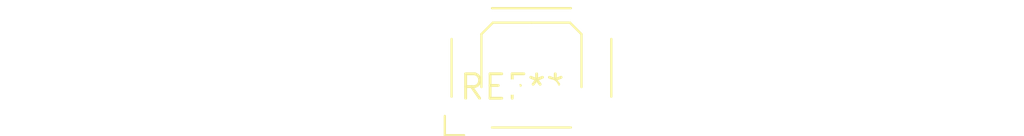
<source format=kicad_pcb>
(kicad_pcb (version 20240108) (generator pcbnew)
  (layers (0 "F.Cu" signal) (31 "B.Cu" signal) (34 "B.Paste" user) (35 "F.Paste" user) (36 "B.SilkS" user "B.Silkscreen") (37 "F.SilkS" user "F.Silkscreen") (38 "B.Mask" user) (39 "F.Mask" user) (44 "Edge.Cuts" user))
  (net 0 "")
  (footprint "Harwin_LTek-Male_2x02_P2.00mm_Vertical_StrainRelief" (layer "F.Cu") (at 0 0)
    (property "Reference" "REF**")
    (property "Value" "Harwin_LTek-Male_2x02_P2.00mm_Vertical_StrainRelief")
    (fp_line (start -3.5 1.5) (end -3.5 2.5) (layer "F.SilkS") (stroke (width 0.12)))
    (fp_line (start -3.5 2.5) (end -2.5 2.5) (layer "F.SilkS") (stroke (width 0.12)))
    (fp_line (start -3.15 -2.5) (end -3.15 0.5) (layer "F.SilkS") (stroke (width 0.12)))
    (fp_line (start -1.6 -2.75) (end -1 -3.35) (layer "F.SilkS") (stroke (width 0.12)))
    (fp_line (start -1.6 0) (end -1.6 -2.75) (layer "F.SilkS") (stroke (width 0.12)))
    (fp_line (start -1.05 -4.1) (end 3.05 -4.1) (layer "F.SilkS") (stroke (width 0.12)))
    (fp_line (start -1.05 2.1) (end 3.05 2.1) (layer "F.SilkS") (stroke (width 0.12)))
    (fp_line (start -1 -3.35) (end 1 -3.35) (layer "F.SilkS") (stroke (width 0.12)))
    (fp_line (start 3 -3.35) (end 1 -3.35) (layer "F.SilkS") (stroke (width 0.12)))
    (fp_line (start 3.6 -2.75) (end 3 -3.35) (layer "F.SilkS") (stroke (width 0.12)))
    (fp_line (start 3.6 0) (end 3.6 -2.75) (layer "F.SilkS") (stroke (width 0.12)))
    (fp_line (start 5.15 -2.5) (end 5.15 0.5) (layer "F.SilkS") (stroke (width 0.12)))
    (pad "" thru_hole circle (at -2.25 -3.375) (size 1.25 1.25) (drill 0.95) (layers *.Cu *.Mask) (remove_unused_layers))
    (pad "" thru_hole circle (at -2.25 1.375) (size 1.25 1.25) (drill 0.95) (layers *.Cu *.Mask) (remove_unused_layers))
    (pad "" thru_hole circle (at 4.25 -3.375) (size 1.25 1.25) (drill 0.95) (layers *.Cu *.Mask) (remove_unused_layers))
    (pad "" thru_hole circle (at 4.25 1.375) (size 1.25 1.25) (drill 0.95) (layers *.Cu *.Mask) (remove_unused_layers))
    (pad "1" thru_hole rect (at 0 0) (size 1.35 1.35) (drill 0.8) (layers *.Cu *.Mask) (remove_unused_layers))
    (pad "2" thru_hole circle (at 0 -2) (size 1.35 1.35) (drill 0.8) (layers *.Cu *.Mask) (remove_unused_layers))
    (pad "3" thru_hole circle (at 2 0) (size 1.35 1.35) (drill 0.8) (layers *.Cu *.Mask) (remove_unused_layers))
    (pad "4" thru_hole circle (at 2 -2) (size 1.35 1.35) (drill 0.8) (layers *.Cu *.Mask) (remove_unused_layers))
  )
)
</source>
